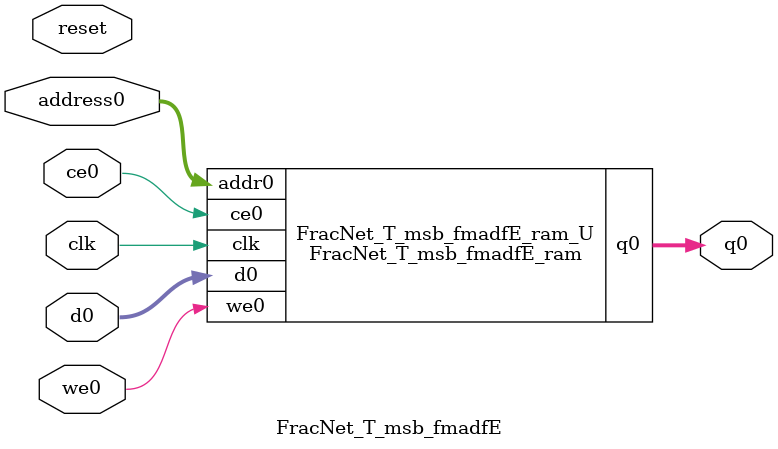
<source format=v>
`timescale 1 ns / 1 ps
module FracNet_T_msb_fmadfE_ram (addr0, ce0, d0, we0, q0,  clk);

parameter DWIDTH = 64;
parameter AWIDTH = 11;
parameter MEM_SIZE = 1089;

input[AWIDTH-1:0] addr0;
input ce0;
input[DWIDTH-1:0] d0;
input we0;
output reg[DWIDTH-1:0] q0;
input clk;

(* ram_style = "block" *)reg [DWIDTH-1:0] ram[0:MEM_SIZE-1];




always @(posedge clk)  
begin 
    if (ce0) begin
        if (we0) 
            ram[addr0] <= d0; 
        q0 <= ram[addr0];
    end
end


endmodule

`timescale 1 ns / 1 ps
module FracNet_T_msb_fmadfE(
    reset,
    clk,
    address0,
    ce0,
    we0,
    d0,
    q0);

parameter DataWidth = 32'd64;
parameter AddressRange = 32'd1089;
parameter AddressWidth = 32'd11;
input reset;
input clk;
input[AddressWidth - 1:0] address0;
input ce0;
input we0;
input[DataWidth - 1:0] d0;
output[DataWidth - 1:0] q0;



FracNet_T_msb_fmadfE_ram FracNet_T_msb_fmadfE_ram_U(
    .clk( clk ),
    .addr0( address0 ),
    .ce0( ce0 ),
    .we0( we0 ),
    .d0( d0 ),
    .q0( q0 ));

endmodule


</source>
